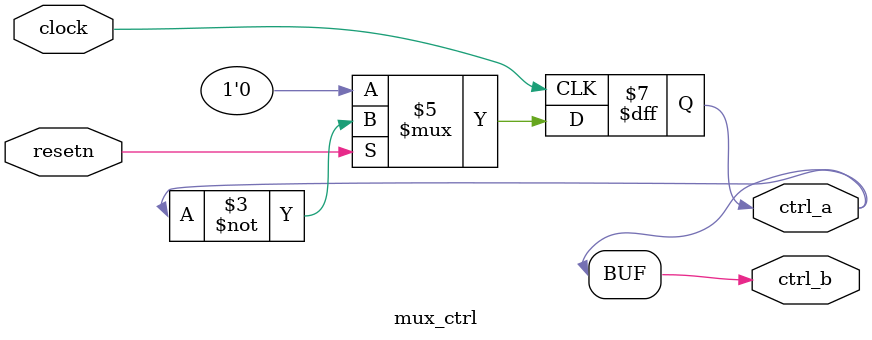
<source format=v>
module mux_ctrl (clock, ctrl_a, ctrl_b, resetn);

input clock, resetn;
output ctrl_a, ctrl_b;

reg ctrl_a;
wire ctrl_b;

assign ctrl_b = ctrl_a;
always@(posedge clock)begin
	if(!resetn) ctrl_a<=1'b0;
	else ctrl_a<=~ctrl_a;
end

endmodule
</source>
